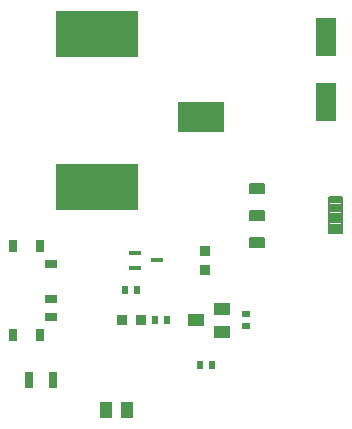
<source format=gbr>
G04 EAGLE Gerber RS-274X export*
G75*
%MOMM*%
%FSLAX34Y34*%
%LPD*%
%INSolderpaste Top*%
%IPPOS*%
%AMOC8*
5,1,8,0,0,1.08239X$1,22.5*%
G01*
G04 Define Apertures*
%ADD10C,0.139500*%
%ADD11C,0.196500*%
%ADD12R,1.803400X3.302000*%
%ADD13R,4.000000X2.500000*%
%ADD14R,7.000000X4.000000*%
%ADD15R,1.031200X1.420200*%
%ADD16R,1.080000X0.430000*%
%ADD17R,0.644000X0.535100*%
%ADD18R,0.535100X0.644000*%
%ADD19R,0.970200X0.920900*%
%ADD20R,0.920900X0.970200*%
%ADD21R,1.100000X0.700000*%
%ADD22R,0.800000X1.000000*%
%ADD23R,1.400000X1.000000*%
%ADD24R,0.761800X1.361800*%
D10*
X214697Y628547D02*
X214697Y636453D01*
X226403Y636453D01*
X226403Y628547D01*
X214697Y628547D01*
X214697Y629872D02*
X226403Y629872D01*
X226403Y631197D02*
X214697Y631197D01*
X214697Y632522D02*
X226403Y632522D01*
X226403Y633847D02*
X214697Y633847D01*
X214697Y635172D02*
X226403Y635172D01*
X214697Y613553D02*
X214697Y605647D01*
X214697Y613553D02*
X226403Y613553D01*
X226403Y605647D01*
X214697Y605647D01*
X214697Y606972D02*
X226403Y606972D01*
X226403Y608297D02*
X214697Y608297D01*
X214697Y609622D02*
X226403Y609622D01*
X226403Y610947D02*
X214697Y610947D01*
X214697Y612272D02*
X226403Y612272D01*
X214697Y590653D02*
X214697Y582747D01*
X214697Y590653D02*
X226403Y590653D01*
X226403Y582747D01*
X214697Y582747D01*
X214697Y584072D02*
X226403Y584072D01*
X226403Y585397D02*
X214697Y585397D01*
X214697Y586722D02*
X226403Y586722D01*
X226403Y588047D02*
X214697Y588047D01*
X214697Y589372D02*
X226403Y589372D01*
D11*
X281882Y594382D02*
X281882Y624818D01*
X293018Y624818D01*
X293018Y594382D01*
X281882Y594382D01*
X281882Y596249D02*
X293018Y596249D01*
X293018Y598116D02*
X281882Y598116D01*
X281882Y599983D02*
X293018Y599983D01*
X293018Y601850D02*
X281882Y601850D01*
X281882Y603717D02*
X293018Y603717D01*
X293018Y605584D02*
X281882Y605584D01*
X281882Y607451D02*
X293018Y607451D01*
X293018Y609318D02*
X281882Y609318D01*
X281882Y611185D02*
X293018Y611185D01*
X293018Y613052D02*
X281882Y613052D01*
X281882Y614919D02*
X293018Y614919D01*
X293018Y616786D02*
X281882Y616786D01*
X281882Y618653D02*
X293018Y618653D01*
X293018Y620520D02*
X281882Y620520D01*
X281882Y622387D02*
X293018Y622387D01*
X293018Y624254D02*
X281882Y624254D01*
D12*
X279400Y705512D03*
X279400Y760630D03*
D13*
X173060Y692500D03*
D14*
X85560Y763500D03*
X85560Y633500D03*
D15*
X92405Y444500D03*
X110795Y444500D03*
D16*
X136300Y571500D03*
X117700Y578000D03*
X117700Y565000D03*
D17*
X211506Y525775D03*
X211506Y515625D03*
D18*
X182875Y482600D03*
X172725Y482600D03*
X109225Y546100D03*
X119375Y546100D03*
X144775Y520700D03*
X134625Y520700D03*
D19*
X176375Y579246D03*
X176375Y563754D03*
D20*
X122046Y520700D03*
X106554Y520700D03*
D21*
X46160Y568600D03*
X46160Y538600D03*
X46160Y523600D03*
D22*
X14160Y508600D03*
X14160Y583600D03*
X37160Y583600D03*
X37160Y508600D03*
D23*
X168675Y520700D03*
X190675Y511200D03*
X190675Y530200D03*
D24*
X27850Y469900D03*
X48350Y469900D03*
M02*

</source>
